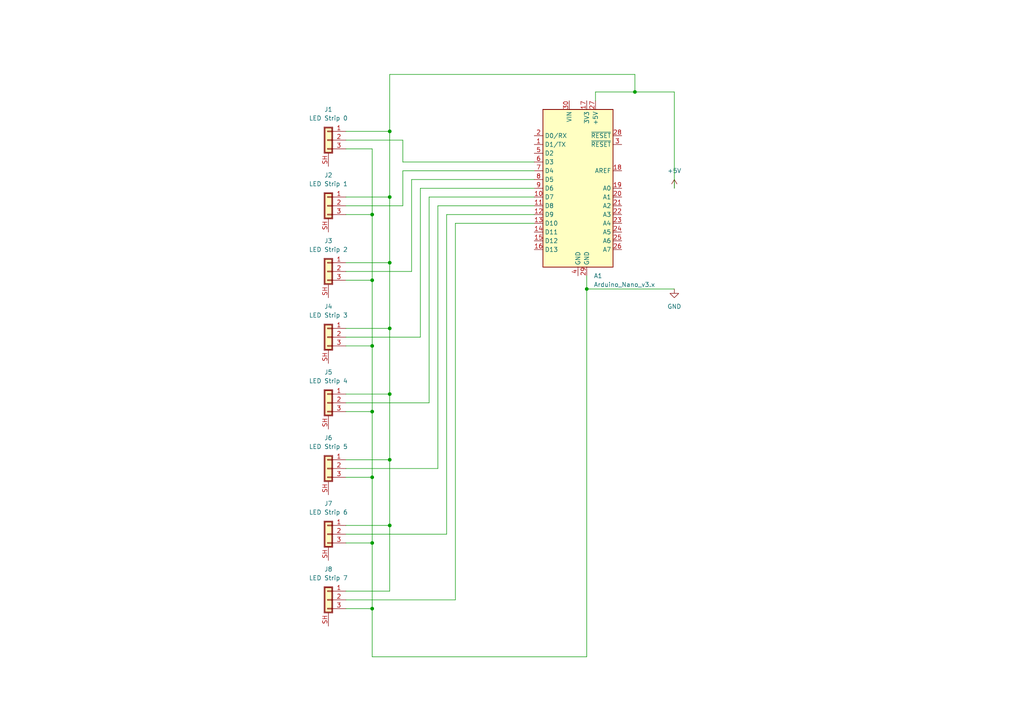
<source format=kicad_sch>
(kicad_sch (version 20211123) (generator eeschema)
  (paper "A4")
  (lib_symbols
    (symbol "Connector_Generic_Shielded:Conn_01x03_Shielded" (pin_names (offset 1.016) hide)
      (property "Reference" "J" (at 0.254 4.826 0))
      (property "Value" "Conn_01x03_Shielded" (at 1.016 -4.826 0))
      (symbol "Conn_01x03_Shielded_1_1"
        (rectangle (start -1.27 3.81) (end 1.27 -3.81) (stroke (width 0.1524)))
        (rectangle (start -1.016 -2.413) (end 0.254 -2.667) (stroke (width 0.1524)))
        (rectangle (start -1.016 0.127) (end 0.254 -0.127) (stroke (width 0.1524)))
        (rectangle (start -1.016 2.667) (end 0.254 2.413) (stroke (width 0.1524)))
        (rectangle (start -1.016 3.556) (end 1.016 -3.556) (stroke (width 0.254)) (fill (type background)))
        (pin passive line (at -5.08 2.54 0) (length 4.064) (name "Pin_1") (number "1"))
        (pin passive line (at -5.08 0 0) (length 4.064) (name "Pin_2") (number "2"))
        (pin passive line (at -5.08 -2.54 0) (length 4.064) (name "Pin_3") (number "3"))
        (pin passive line (at 0 -7.62 90) (length 3.81) (name "Shield") (number "SH"))
      )
    )
    (symbol "MCU_Module:Arduino_Nano_v3.x"
      (property "Reference" "A" (at -10.16 23.495 0))
      (property "Value" "Arduino_Nano_v3.x" (at 5.08 -24.13 0))
      (symbol "Arduino_Nano_v3.x_0_1"
        (rectangle (start -10.16 22.86) (end 10.16 -22.86) (stroke (width 0.254)) (fill (type background)))
      )
      (symbol "Arduino_Nano_v3.x_1_1"
        (pin bidirectional line (at -12.7 12.7 0) (length 2.54) (name "D1/TX") (number "1"))
        (pin bidirectional line (at -12.7 -2.54 0) (length 2.54) (name "D7") (number "10"))
        (pin bidirectional line (at -12.7 -5.08 0) (length 2.54) (name "D8") (number "11"))
        (pin bidirectional line (at -12.7 -7.62 0) (length 2.54) (name "D9") (number "12"))
        (pin bidirectional line (at -12.7 -10.16 0) (length 2.54) (name "D10") (number "13"))
        (pin bidirectional line (at -12.7 -12.7 0) (length 2.54) (name "D11") (number "14"))
        (pin bidirectional line (at -12.7 -15.24 0) (length 2.54) (name "D12") (number "15"))
        (pin bidirectional line (at -12.7 -17.78 0) (length 2.54) (name "D13") (number "16"))
        (pin power_out line (at 2.54 25.4 270) (length 2.54) (name "3V3") (number "17"))
        (pin input line (at 12.7 5.08 180) (length 2.54) (name "AREF") (number "18"))
        (pin bidirectional line (at 12.7 0 180) (length 2.54) (name "A0") (number "19"))
        (pin bidirectional line (at -12.7 15.24 0) (length 2.54) (name "D0/RX") (number "2"))
        (pin bidirectional line (at 12.7 -2.54 180) (length 2.54) (name "A1") (number "20"))
        (pin bidirectional line (at 12.7 -5.08 180) (length 2.54) (name "A2") (number "21"))
        (pin bidirectional line (at 12.7 -7.62 180) (length 2.54) (name "A3") (number "22"))
        (pin bidirectional line (at 12.7 -10.16 180) (length 2.54) (name "A4") (number "23"))
        (pin bidirectional line (at 12.7 -12.7 180) (length 2.54) (name "A5") (number "24"))
        (pin bidirectional line (at 12.7 -15.24 180) (length 2.54) (name "A6") (number "25"))
        (pin bidirectional line (at 12.7 -17.78 180) (length 2.54) (name "A7") (number "26"))
        (pin power_out line (at 5.08 25.4 270) (length 2.54) (name "+5V") (number "27"))
        (pin input line (at 12.7 15.24 180) (length 2.54) (name "~{RESET}") (number "28"))
        (pin power_in line (at 2.54 -25.4 90) (length 2.54) (name "GND") (number "29"))
        (pin input line (at 12.7 12.7 180) (length 2.54) (name "~{RESET}") (number "3"))
        (pin power_in line (at -2.54 25.4 270) (length 2.54) (name "VIN") (number "30"))
        (pin power_in line (at 0 -25.4 90) (length 2.54) (name "GND") (number "4"))
        (pin bidirectional line (at -12.7 10.16 0) (length 2.54) (name "D2") (number "5"))
        (pin bidirectional line (at -12.7 7.62 0) (length 2.54) (name "D3") (number "6"))
        (pin bidirectional line (at -12.7 5.08 0) (length 2.54) (name "D4") (number "7"))
        (pin bidirectional line (at -12.7 2.54 0) (length 2.54) (name "D5") (number "8"))
        (pin bidirectional line (at -12.7 0 0) (length 2.54) (name "D6") (number "9"))
      )
    )
    (symbol "power:+5V" (power) (pin_names (offset 0))
      (property "Value" "+5V" (at 0 3.556 0))
      (symbol "+5V_0_1"
        (polyline (pts (xy -0.762 1.27) (xy 0 2.54)))
        (polyline (pts (xy 0 0) (xy 0 2.54)))
        (polyline (pts (xy 0 2.54) (xy 0.762 1.27)))
      )
      (symbol "+5V_1_1"
        (pin power_in line (at 0 0 90) (length 0) hide (name "+5V") (number "1"))
      )
    )
    (symbol "power:GND" (power) (pin_names (offset 0))
      (property "Value" "GND" (at 0 -3.81 0))
      (symbol "GND_0_1"
        (polyline (pts (xy 0 0) (xy 0 -1.27) (xy 1.27 -1.27) (xy 0 -2.54) (xy -1.27 -1.27) (xy 0 -1.27)))
      )
      (symbol "GND_1_1"
        (pin power_in line (at 0 0 270) (length 0) hide (name "GND") (number "1"))
      )
    )
  )
  (junction (at 107.95 138.43))
  (junction (at 113.03 95.25))
  (junction (at 113.03 57.15))
  (junction (at 107.95 100.33))
  (junction (at 107.95 62.23))
  (junction (at 107.95 176.53))
  (junction (at 170.18 83.82))
  (junction (at 113.03 133.35))
  (junction (at 184.15 26.67))
  (junction (at 107.95 157.48))
  (junction (at 107.95 119.38))
  (junction (at 107.95 81.28))
  (junction (at 113.03 76.2))
  (junction (at 113.03 38.1))
  (junction (at 113.03 114.3))
  (junction (at 113.03 152.4))
  (wire (pts (xy 107.95 100.33) (xy 107.95 81.28)))
  (wire (pts (xy 154.94 46.99) (xy 116.84 46.99)))
  (wire (pts (xy 113.03 38.1) (xy 100.33 38.1)))
  (wire (pts (xy 116.84 49.53) (xy 154.94 49.53)))
  (wire (pts (xy 107.95 157.48) (xy 107.95 138.43)))
  (wire (pts (xy 107.95 176.53) (xy 107.95 157.48)))
  (wire (pts (xy 113.03 76.2) (xy 113.03 95.25)))
  (wire (pts (xy 107.95 119.38) (xy 107.95 100.33)))
  (wire (pts (xy 119.38 52.07) (xy 119.38 78.74)))
  (wire (pts (xy 129.54 62.23) (xy 129.54 154.94)))
  (wire (pts (xy 124.46 116.84) (xy 100.33 116.84)))
  (wire (pts (xy 116.84 40.64) (xy 100.33 40.64)))
  (wire (pts (xy 127 135.89) (xy 100.33 135.89)))
  (wire (pts (xy 116.84 49.53) (xy 116.84 59.69)))
  (wire (pts (xy 154.94 54.61) (xy 121.92 54.61)))
  (wire (pts (xy 107.95 43.18) (xy 100.33 43.18)))
  (wire (pts (xy 154.94 59.69) (xy 127 59.69)))
  (wire (pts (xy 132.08 173.99) (xy 100.33 173.99)))
  (wire (pts (xy 170.18 83.82) (xy 170.18 190.5)))
  (wire (pts (xy 119.38 78.74) (xy 100.33 78.74)))
  (wire (pts (xy 107.95 81.28) (xy 100.33 81.28)))
  (wire (pts (xy 127 59.69) (xy 127 135.89)))
  (wire (pts (xy 113.03 38.1) (xy 113.03 57.15)))
  (wire (pts (xy 107.95 81.28) (xy 107.95 62.23)))
  (wire (pts (xy 113.03 21.59) (xy 113.03 38.1)))
  (wire (pts (xy 154.94 57.15) (xy 124.46 57.15)))
  (wire (pts (xy 124.46 57.15) (xy 124.46 116.84)))
  (wire (pts (xy 184.15 26.67) (xy 195.58 26.67)))
  (wire (pts (xy 107.95 62.23) (xy 100.33 62.23)))
  (wire (pts (xy 107.95 176.53) (xy 107.95 190.5)))
  (wire (pts (xy 129.54 154.94) (xy 100.33 154.94)))
  (wire (pts (xy 107.95 138.43) (xy 107.95 119.38)))
  (wire (pts (xy 107.95 62.23) (xy 107.95 43.18)))
  (wire (pts (xy 116.84 59.69) (xy 100.33 59.69)))
  (wire (pts (xy 113.03 57.15) (xy 100.33 57.15)))
  (wire (pts (xy 172.72 26.67) (xy 184.15 26.67)))
  (wire (pts (xy 107.95 138.43) (xy 100.33 138.43)))
  (wire (pts (xy 195.58 26.67) (xy 195.58 54.61)))
  (wire (pts (xy 184.15 26.67) (xy 184.15 21.59)))
  (wire (pts (xy 100.33 171.45) (xy 113.03 171.45)))
  (wire (pts (xy 170.18 190.5) (xy 107.95 190.5)))
  (wire (pts (xy 113.03 114.3) (xy 113.03 133.35)))
  (wire (pts (xy 154.94 52.07) (xy 119.38 52.07)))
  (wire (pts (xy 107.95 176.53) (xy 100.33 176.53)))
  (wire (pts (xy 107.95 100.33) (xy 100.33 100.33)))
  (wire (pts (xy 154.94 64.77) (xy 132.08 64.77)))
  (wire (pts (xy 170.18 83.82) (xy 195.58 83.82)))
  (wire (pts (xy 184.15 21.59) (xy 113.03 21.59)))
  (wire (pts (xy 132.08 64.77) (xy 132.08 173.99)))
  (wire (pts (xy 107.95 119.38) (xy 100.33 119.38)))
  (wire (pts (xy 116.84 46.99) (xy 116.84 40.64)))
  (wire (pts (xy 113.03 152.4) (xy 113.03 171.45)))
  (wire (pts (xy 170.18 80.01) (xy 170.18 83.82)))
  (wire (pts (xy 100.33 114.3) (xy 113.03 114.3)))
  (wire (pts (xy 113.03 133.35) (xy 113.03 152.4)))
  (wire (pts (xy 154.94 62.23) (xy 129.54 62.23)))
  (wire (pts (xy 100.33 95.25) (xy 113.03 95.25)))
  (wire (pts (xy 100.33 152.4) (xy 113.03 152.4)))
  (wire (pts (xy 113.03 76.2) (xy 100.33 76.2)))
  (wire (pts (xy 100.33 133.35) (xy 113.03 133.35)))
  (wire (pts (xy 113.03 95.25) (xy 113.03 114.3)))
  (wire (pts (xy 121.92 97.79) (xy 100.33 97.79)))
  (wire (pts (xy 172.72 26.67) (xy 172.72 29.21)))
  (wire (pts (xy 113.03 57.15) (xy 113.03 76.2)))
  (wire (pts (xy 121.92 54.61) (xy 121.92 97.79)))
  (wire (pts (xy 107.95 157.48) (xy 100.33 157.48)))
  (symbol (lib_id "Connector_Generic_Shielded:Conn_01x03_Shielded") (at 95.25 116.84 0) (mirror y) (unit 1)
    (property "Reference" "J5" (at 95.25 107.95 0))
    (property "Value" "LED Strip 4" (at 95.25 110.49 0))
  )
  (symbol (lib_id "Connector_Generic_Shielded:Conn_01x03_Shielded") (at 95.25 59.69 0) (mirror y) (unit 1)
    (property "Reference" "J2" (at 95.25 50.8 0))
    (property "Value" "LED Strip 1" (at 95.25 53.34 0))
  )
  (symbol (lib_id "Connector_Generic_Shielded:Conn_01x03_Shielded") (at 95.25 154.94 0) (mirror y) (unit 1)
    (property "Reference" "J7" (at 95.25 146.05 0))
    (property "Value" "LED Strip 6" (at 95.25 148.59 0))
  )
  (symbol (lib_id "Connector_Generic_Shielded:Conn_01x03_Shielded") (at 95.25 40.64 0) (mirror y) (unit 1)
    (property "Reference" "J1" (at 95.25 31.75 0))
    (property "Value" "LED Strip 0" (at 95.25 34.29 0))
  )
  (symbol (lib_id "power:+5V") (at 195.58 54.61 0) (unit 1)
    (property "Reference" "#PWR01" (effects hide))
    (property "Value" "+5V" (at 195.58 49.53 0))
  )
  (symbol (lib_id "MCU_Module:Arduino_Nano_v3.x") (at 167.64 54.61 0) (unit 1)
    (property "Reference" "A1" (at 172.1994 80.01 0) (effects (justify left)))
    (property "Value" "Arduino_Nano_v3.x" (at 172.1994 82.55 0) (effects (justify left)))
    (property "Footprint" "Module:Arduino_Nano" (effects hide))
    (property "Datasheet" "http://www.mouser.com/pdfdocs/Gravitech_Arduino_Nano3_0.pdf" (effects hide))
  )
  (symbol (lib_id "Connector_Generic_Shielded:Conn_01x03_Shielded") (at 95.25 97.79 0) (mirror y) (unit 1)
    (property "Reference" "J4" (at 95.25 88.9 0))
    (property "Value" "LED Strip 3" (at 95.25 91.44 0))
  )
  (symbol (lib_id "Connector_Generic_Shielded:Conn_01x03_Shielded") (at 95.25 78.74 0) (mirror y) (unit 1)
    (property "Reference" "J3" (at 95.25 69.85 0))
    (property "Value" "LED Strip 2" (at 95.25 72.39 0))
  )
  (symbol (lib_id "Connector_Generic_Shielded:Conn_01x03_Shielded") (at 95.25 173.99 0) (mirror y) (unit 1)
    (property "Reference" "J8" (at 95.25 165.1 0))
    (property "Value" "LED Strip 7" (at 95.25 167.64 0))
  )
  (symbol (lib_id "power:GND") (at 195.58 83.82 0) (unit 1)
    (property "Reference" "#PWR02" (effects hide))
    (property "Value" "GND" (at 195.58 88.9 0))
  )
  (symbol (lib_id "Connector_Generic_Shielded:Conn_01x03_Shielded") (at 95.25 135.89 0) (mirror y) (unit 1)
    (property "Reference" "J6" (at 95.25 127 0))
    (property "Value" "LED Strip 5" (at 95.25 129.54 0))
  )
)
</source>
